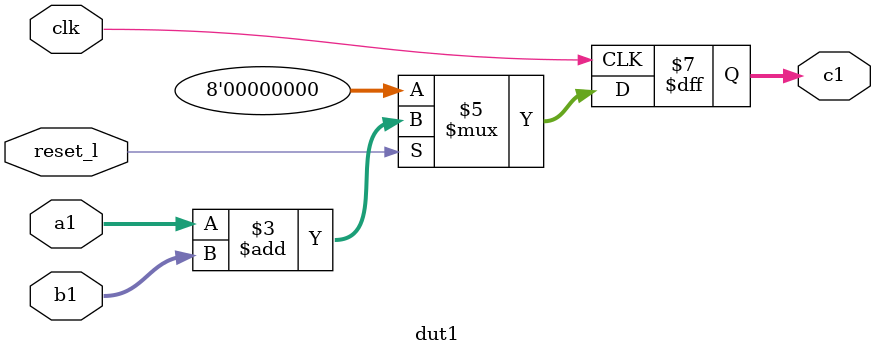
<source format=v>

module dut1
	(
	 input clk,
	 input reset_l,
	 input [7:0] a1,
	 input [7:0] b1,
	 output reg [7:0]c1
	);
	
	always @ (posedge clk) begin
		if (!reset_l) begin
			c1 <= 8'b0;
		end
		else begin
			c1 <= a1 + b1;
		end
	end
endmodule



</source>
